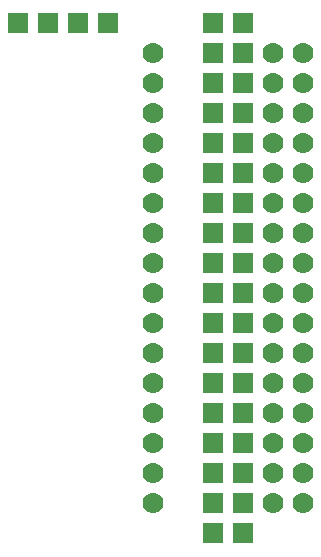
<source format=gbr>
%FSLAX35Y35*%
%MOIN*%
G04 EasyPC Gerber Version 18.0.8 Build 3632 *
%ADD28R,0.07000X0.07000*%
%ADD27C,0.07000*%
X0Y0D02*
D02*
D27*
X54000Y20250D03*
Y30250D03*
Y40250D03*
Y50250D03*
Y60250D03*
Y70250D03*
Y80250D03*
Y90250D03*
Y100250D03*
Y110250D03*
Y120250D03*
Y130250D03*
Y140250D03*
Y150250D03*
Y160250D03*
Y170250D03*
X94000Y20250D03*
Y30250D03*
Y40250D03*
Y50250D03*
Y60250D03*
Y70250D03*
Y80250D03*
Y90250D03*
Y100250D03*
Y110250D03*
Y120250D03*
Y130250D03*
Y140250D03*
Y150250D03*
Y160250D03*
Y170250D03*
X104000Y20250D03*
Y30250D03*
Y40250D03*
Y50250D03*
Y60250D03*
Y70250D03*
Y80250D03*
Y90250D03*
Y100250D03*
Y110250D03*
Y120250D03*
Y130250D03*
Y140250D03*
Y150250D03*
Y160250D03*
Y170250D03*
D02*
D28*
X9000Y180250D03*
X19000D03*
X29000D03*
X39000D03*
X74000Y10250D03*
Y20250D03*
Y30250D03*
Y40250D03*
Y50250D03*
Y60250D03*
Y70250D03*
Y80250D03*
Y90250D03*
Y100250D03*
Y110250D03*
Y120250D03*
Y130250D03*
Y140250D03*
Y150250D03*
Y160250D03*
Y170250D03*
Y180250D03*
X84000Y10250D03*
Y20250D03*
Y30250D03*
Y40250D03*
Y50250D03*
Y60250D03*
Y70250D03*
Y80250D03*
Y90250D03*
Y100250D03*
Y110250D03*
Y120250D03*
Y130250D03*
Y140250D03*
Y150250D03*
Y160250D03*
Y170250D03*
Y180250D03*
X0Y0D02*
M02*

</source>
